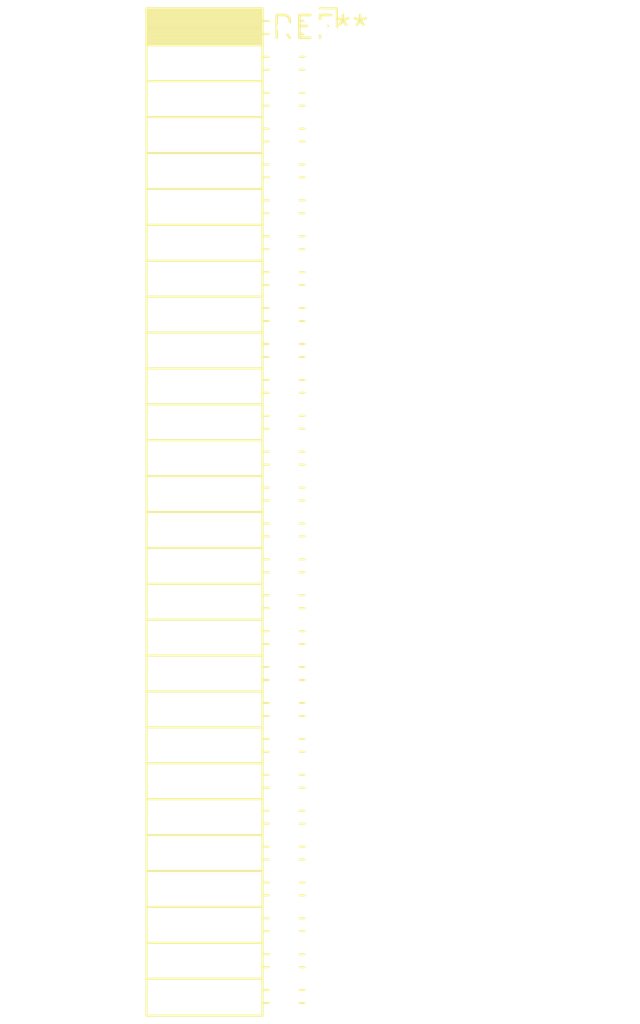
<source format=kicad_pcb>
(kicad_pcb (version 20240108) (generator pcbnew)
  (layers (0 "F.Cu" signal) (31 "B.Cu" signal) (34 "B.Paste" user) (35 "F.Paste" user) (36 "B.SilkS" user "B.Silkscreen") (37 "F.SilkS" user "F.Silkscreen") (38 "B.Mask" user) (39 "F.Mask" user) (44 "Edge.Cuts" user))
  (net 0 "")
  (footprint "PinSocket_2x28_P2.00mm_Horizontal" (layer "F.Cu") (at 0 0)
    (property "Reference" "REF**")
    (property "Value" "PinSocket_2x28_P2.00mm_Horizontal")
    (fp_line (start -9.68 -1.06) (end -9.68 55.06) (layer "F.SilkS") (stroke (width 0.12)))
    (fp_line (start -9.68 -1.06) (end -3.21 -1.06) (layer "F.SilkS") (stroke (width 0.12)))
    (fp_line (start -9.68 -0.94) (end -3.21 -0.94) (layer "F.SilkS") (stroke (width 0.12)))
    (fp_line (start -9.68 -0.825882) (end -3.21 -0.825882) (layer "F.SilkS") (stroke (width 0.12)))
    (fp_line (start -9.68 -0.711764) (end -3.21 -0.711764) (layer "F.SilkS") (stroke (width 0.12)))
    (fp_line (start -9.68 -0.597646) (end -3.21 -0.597646) (layer "F.SilkS") (stroke (width 0.12)))
    (fp_line (start -9.68 -0.483528) (end -3.21 -0.483528) (layer "F.SilkS") (stroke (width 0.12)))
    (fp_line (start -9.68 -0.36941) (end -3.21 -0.36941) (layer "F.SilkS") (stroke (width 0.12)))
    (fp_line (start -9.68 -0.255292) (end -3.21 -0.255292) (layer "F.SilkS") (stroke (width 0.12)))
    (fp_line (start -9.68 -0.141174) (end -3.21 -0.141174) (layer "F.SilkS") (stroke (width 0.12)))
    (fp_line (start -9.68 -0.027056) (end -3.21 -0.027056) (layer "F.SilkS") (stroke (width 0.12)))
    (fp_line (start -9.68 0.087062) (end -3.21 0.087062) (layer "F.SilkS") (stroke (width 0.12)))
    (fp_line (start -9.68 0.20118) (end -3.21 0.20118) (layer "F.SilkS") (stroke (width 0.12)))
    (fp_line (start -9.68 0.315298) (end -3.21 0.315298) (layer "F.SilkS") (stroke (width 0.12)))
    (fp_line (start -9.68 0.429416) (end -3.21 0.429416) (layer "F.SilkS") (stroke (width 0.12)))
    (fp_line (start -9.68 0.543534) (end -3.21 0.543534) (layer "F.SilkS") (stroke (width 0.12)))
    (fp_line (start -9.68 0.657652) (end -3.21 0.657652) (layer "F.SilkS") (stroke (width 0.12)))
    (fp_line (start -9.68 0.77177) (end -3.21 0.77177) (layer "F.SilkS") (stroke (width 0.12)))
    (fp_line (start -9.68 0.885888) (end -3.21 0.885888) (layer "F.SilkS") (stroke (width 0.12)))
    (fp_line (start -9.68 1) (end -3.21 1) (layer "F.SilkS") (stroke (width 0.12)))
    (fp_line (start -9.68 3) (end -3.21 3) (layer "F.SilkS") (stroke (width 0.12)))
    (fp_line (start -9.68 5) (end -3.21 5) (layer "F.SilkS") (stroke (width 0.12)))
    (fp_line (start -9.68 7) (end -3.21 7) (layer "F.SilkS") (stroke (width 0.12)))
    (fp_line (start -9.68 9) (end -3.21 9) (layer "F.SilkS") (stroke (width 0.12)))
    (fp_line (start -9.68 11) (end -3.21 11) (layer "F.SilkS") (stroke (width 0.12)))
    (fp_line (start -9.68 13) (end -3.21 13) (layer "F.SilkS") (stroke (width 0.12)))
    (fp_line (start -9.68 15) (end -3.21 15) (layer "F.SilkS") (stroke (width 0.12)))
    (fp_line (start -9.68 17) (end -3.21 17) (layer "F.SilkS") (stroke (width 0.12)))
    (fp_line (start -9.68 19) (end -3.21 19) (layer "F.SilkS") (stroke (width 0.12)))
    (fp_line (start -9.68 21) (end -3.21 21) (layer "F.SilkS") (stroke (width 0.12)))
    (fp_line (start -9.68 23) (end -3.21 23) (layer "F.SilkS") (stroke (width 0.12)))
    (fp_line (start -9.68 25) (end -3.21 25) (layer "F.SilkS") (stroke (width 0.12)))
    (fp_line (start -9.68 27) (end -3.21 27) (layer "F.SilkS") (stroke (width 0.12)))
    (fp_line (start -9.68 29) (end -3.21 29) (layer "F.SilkS") (stroke (width 0.12)))
    (fp_line (start -9.68 31) (end -3.21 31) (layer "F.SilkS") (stroke (width 0.12)))
    (fp_line (start -9.68 33) (end -3.21 33) (layer "F.SilkS") (stroke (width 0.12)))
    (fp_line (start -9.68 35) (end -3.21 35) (layer "F.SilkS") (stroke (width 0.12)))
    (fp_line (start -9.68 37) (end -3.21 37) (layer "F.SilkS") (stroke (width 0.12)))
    (fp_line (start -9.68 39) (end -3.21 39) (layer "F.SilkS") (stroke (width 0.12)))
    (fp_line (start -9.68 41) (end -3.21 41) (layer "F.SilkS") (stroke (width 0.12)))
    (fp_line (start -9.68 43) (end -3.21 43) (layer "F.SilkS") (stroke (width 0.12)))
    (fp_line (start -9.68 45) (end -3.21 45) (layer "F.SilkS") (stroke (width 0.12)))
    (fp_line (start -9.68 47) (end -3.21 47) (layer "F.SilkS") (stroke (width 0.12)))
    (fp_line (start -9.68 49) (end -3.21 49) (layer "F.SilkS") (stroke (width 0.12)))
    (fp_line (start -9.68 51) (end -3.21 51) (layer "F.SilkS") (stroke (width 0.12)))
    (fp_line (start -9.68 53) (end -3.21 53) (layer "F.SilkS") (stroke (width 0.12)))
    (fp_line (start -9.68 55.06) (end -3.21 55.06) (layer "F.SilkS") (stroke (width 0.12)))
    (fp_line (start -3.21 -1.06) (end -3.21 55.06) (layer "F.SilkS") (stroke (width 0.12)))
    (fp_line (start -3.21 -0.36) (end -2.862917 -0.36) (layer "F.SilkS") (stroke (width 0.12)))
    (fp_line (start -3.21 0.36) (end -2.862917 0.36) (layer "F.SilkS") (stroke (width 0.12)))
    (fp_line (start -3.21 1.64) (end -2.862917 1.64) (layer "F.SilkS") (stroke (width 0.12)))
    (fp_line (start -3.21 2.36) (end -2.862917 2.36) (layer "F.SilkS") (stroke (width 0.12)))
    (fp_line (start -3.21 3.64) (end -2.862917 3.64) (layer "F.SilkS") (stroke (width 0.12)))
    (fp_line (start -3.21 4.36) (end -2.862917 4.36) (layer "F.SilkS") (stroke (width 0.12)))
    (fp_line (start -3.21 5.64) (end -2.862917 5.64) (layer "F.SilkS") (stroke (width 0.12)))
    (fp_line (start -3.21 6.36) (end -2.862917 6.36) (layer "F.SilkS") (stroke (width 0.12)))
    (fp_line (start -3.21 7.64) (end -2.862917 7.64) (layer "F.SilkS") (stroke (width 0.12)))
    (fp_line (start -3.21 8.36) (end -2.862917 8.36) (layer "F.SilkS") (stroke (width 0.12)))
    (fp_line (start -3.21 9.64) (end -2.862917 9.64) (layer "F.SilkS") (stroke (width 0.12)))
    (fp_line (start -3.21 10.36) (end -2.862917 10.36) (layer "F.SilkS") (stroke (width 0.12)))
    (fp_line (start -3.21 11.64) (end -2.862917 11.64) (layer "F.SilkS") (stroke (width 0.12)))
    (fp_line (start -3.21 12.36) (end -2.862917 12.36) (layer "F.SilkS") (stroke (width 0.12)))
    (fp_line (start -3.21 13.64) (end -2.862917 13.64) (layer "F.SilkS") (stroke (width 0.12)))
    (fp_line (start -3.21 14.36) (end -2.862917 14.36) (layer "F.SilkS") (stroke (width 0.12)))
    (fp_line (start -3.21 15.64) (end -2.862917 15.64) (layer "F.SilkS") (stroke (width 0.12)))
    (fp_line (start -3.21 16.36) (end -2.862917 16.36) (layer "F.SilkS") (stroke (width 0.12)))
    (fp_line (start -3.21 17.64) (end -2.862917 17.64) (layer "F.SilkS") (stroke (width 0.12)))
    (fp_line (start -3.21 18.36) (end -2.862917 18.36) (layer "F.SilkS") (stroke (width 0.12)))
    (fp_line (start -3.21 19.64) (end -2.862917 19.64) (layer "F.SilkS") (stroke (width 0.12)))
    (fp_line (start -3.21 20.36) (end -2.862917 20.36) (layer "F.SilkS") (stroke (width 0.12)))
    (fp_line (start -3.21 21.64) (end -2.862917 21.64) (layer "F.SilkS") (stroke (width 0.12)))
    (fp_line (start -3.21 22.36) (end -2.862917 22.36) (layer "F.SilkS") (stroke (width 0.12)))
    (fp_line (start -3.21 23.64) (end -2.862917 23.64) (layer "F.SilkS") (stroke (width 0.12)))
    (fp_line (start -3.21 24.36) (end -2.862917 24.36) (layer "F.SilkS") (stroke (width 0.12)))
    (fp_line (start -3.21 25.64) (end -2.862917 25.64) (layer "F.SilkS") (stroke (width 0.12)))
    (fp_line (start -3.21 26.36) (end -2.862917 26.36) (layer "F.SilkS") (stroke (width 0.12)))
    (fp_line (start -3.21 27.64) (end -2.862917 27.64) (layer "F.SilkS") (stroke (width 0.12)))
    (fp_line (start -3.21 28.36) (end -2.862917 28.36) (layer "F.SilkS") (stroke (width 0.12)))
    (fp_line (start -3.21 29.64) (end -2.862917 29.64) (layer "F.SilkS") (stroke (width 0.12)))
    (fp_line (start -3.21 30.36) (end -2.862917 30.36) (layer "F.SilkS") (stroke (width 0.12)))
    (fp_line (start -3.21 31.64) (end -2.862917 31.64) (layer "F.SilkS") (stroke (width 0.12)))
    (fp_line (start -3.21 32.36) (end -2.862917 32.36) (layer "F.SilkS") (stroke (width 0.12)))
    (fp_line (start -3.21 33.64) (end -2.862917 33.64) (layer "F.SilkS") (stroke (width 0.12)))
    (fp_line (start -3.21 34.36) (end -2.862917 34.36) (layer "F.SilkS") (stroke (width 0.12)))
    (fp_line (start -3.21 35.64) (end -2.862917 35.64) (layer "F.SilkS") (stroke (width 0.12)))
    (fp_line (start -3.21 36.36) (end -2.862917 36.36) (layer "F.SilkS") (stroke (width 0.12)))
    (fp_line (start -3.21 37.64) (end -2.862917 37.64) (layer "F.SilkS") (stroke (width 0.12)))
    (fp_line (start -3.21 38.36) (end -2.862917 38.36) (layer "F.SilkS") (stroke (width 0.12)))
    (fp_line (start -3.21 39.64) (end -2.862917 39.64) (layer "F.SilkS") (stroke (width 0.12)))
    (fp_line (start -3.21 40.36) (end -2.862917 40.36) (layer "F.SilkS") (stroke (width 0.12)))
    (fp_line (start -3.21 41.64) (end -2.862917 41.64) (layer "F.SilkS") (stroke (width 0.12)))
    (fp_line (start -3.21 42.36) (end -2.862917 42.36) (layer "F.SilkS") (stroke (width 0.12)))
    (fp_line (start -3.21 43.64) (end -2.862917 43.64) (layer "F.SilkS") (stroke (width 0.12)))
    (fp_line (start -3.21 44.36) (end -2.862917 44.36) (layer "F.SilkS") (stroke (width 0.12)))
    (fp_line (start -3.21 45.64) (end -2.862917 45.64) (layer "F.SilkS") (stroke (width 0.12)))
    (fp_line (start -3.21 46.36) (end -2.862917 46.36) (layer "F.SilkS") (stroke (width 0.12)))
    (fp_line (start -3.21 47.64) (end -2.862917 47.64) (layer "F.SilkS") (stroke (width 0.12)))
    (fp_line (start -3.21 48.36) (end -2.862917 48.36) (layer "F.SilkS") (stroke (width 0.12)))
    (fp_line (start -3.21 49.64) (end -2.862917 49.64) (layer "F.SilkS") (stroke (width 0.12)))
    (fp_line (start -3.21 50.36) (end -2.862917 50.36) (layer "F.SilkS") (stroke (width 0.12)))
    (fp_line (start -3.21 51.64) (end -2.862917 51.64) (layer "F.SilkS") (stroke (width 0.12)))
    (fp_line (start -3.21 52.36) (end -2.862917 52.36) (layer "F.SilkS") (stroke (width 0.12)))
    (fp_line (start -3.21 53.64) (end -2.862917 53.64) (layer "F.SilkS") (stroke (width 0.12)))
    (fp_line (start -3.21 54.36) (end -2.862917 54.36) (layer "F.SilkS") (stroke (width 0.12)))
    (fp_line (start -1.137083 -0.36) (end -0.935 -0.36) (layer "F.SilkS") (stroke (width 0.12)))
    (fp_line (start -1.137083 0.36) (end -0.935 0.36) (layer "F.SilkS") (stroke (width 0.12)))
    (fp_line (start -1.137083 1.64) (end -0.862917 1.64) (layer "F.SilkS") (stroke (width 0.12)))
    (fp_line (start -1.137083 2.36) (end -0.862917 2.36) (layer "F.SilkS") (stroke (width 0.12)))
    (fp_line (start -1.137083 3.64) (end -0.862917 3.64) (layer "F.SilkS") (stroke (width 0.12)))
    (fp_line (start -1.137083 4.36) (end -0.862917 4.36) (layer "F.SilkS") (stroke (width 0.12)))
    (fp_line (start -1.137083 5.64) (end -0.862917 5.64) (layer "F.SilkS") (stroke (width 0.12)))
    (fp_line (start -1.137083 6.36) (end -0.862917 6.36) (layer "F.SilkS") (stroke (width 0.12)))
    (fp_line (start -1.137083 7.64) (end -0.862917 7.64) (layer "F.SilkS") (stroke (width 0.12)))
    (fp_line (start -1.137083 8.36) (end -0.862917 8.36) (layer "F.SilkS") (stroke (width 0.12)))
    (fp_line (start -1.137083 9.64) (end -0.862917 9.64) (layer "F.SilkS") (stroke (width 0.12)))
    (fp_line (start -1.137083 10.36) (end -0.862917 10.36) (layer "F.SilkS") (stroke (width 0.12)))
    (fp_line (start -1.137083 11.64) (end -0.862917 11.64) (layer "F.SilkS") (stroke (width 0.12)))
    (fp_line (start -1.137083 12.36) (end -0.862917 12.36) (layer "F.SilkS") (stroke (width 0.12)))
    (fp_line (start -1.137083 13.64) (end -0.862917 13.64) (layer "F.SilkS") (stroke (width 0.12)))
    (fp_line (start -1.137083 14.36) (end -0.862917 14.36) (layer "F.SilkS") (stroke (width 0.12)))
    (fp_line (start -1.137083 15.64) (end -0.862917 15.64) (layer "F.SilkS") (stroke (width 0.12)))
    (fp_line (start -1.137083 16.36) (end -0.862917 16.36) (layer "F.SilkS") (stroke (width 0.12)))
    (fp_line (start -1.137083 17.64) (end -0.862917 17.64) (layer "F.SilkS") (stroke (width 0.12)))
    (fp_line (start -1.137083 18.36) (end -0.862917 18.36) (layer "F.SilkS") (stroke (width 0.12)))
    (fp_line (start -1.137083 19.64) (end -0.862917 19.64) (layer "F.SilkS") (stroke (width 0.12)))
    (fp_line (start -1.137083 20.36) (end -0.862917 20.36) (layer "F.SilkS") (stroke (width 0.12)))
    (fp_line (start -1.137083 21.64) (end -0.862917 21.64) (layer "F.SilkS") (stroke (width 0.12)))
    (fp_line (start -1.137083 22.36) (end -0.862917 22.36) (layer "F.SilkS") (stroke (width 0.12)))
    (fp_line (start -1.137083 23.64) (end -0.862917 23.64) (layer "F.SilkS") (stroke (width 0.12)))
    (fp_line (start -1.137083 24.36) (end -0.862917 24.36) (layer "F.SilkS") (stroke (width 0.12)))
    (fp_line (start -1.137083 25.64) (end -0.862917 25.64) (layer "F.SilkS") (stroke (width 0.12)))
    (fp_line (start -1.137083 26.36) (end -0.862917 26.36) (layer "F.SilkS") (stroke (width 0.12)))
    (fp_line (start -1.137083 27.64) (end -0.862917 27.64) (layer "F.SilkS") (stroke (width 0.12)))
    (fp_line (start -1.137083 28.36) (end -0.862917 28.36) (layer "F.SilkS") (stroke (width 0.12)))
    (fp_line (start -1.137083 29.64) (end -0.862917 29.64) (layer "F.SilkS") (stroke (width 0.12)))
    (fp_line (start -1.137083 30.36) (end -0.862917 30.36) (layer "F.SilkS") (stroke (width 0.12)))
    (fp_line (start -1.137083 31.64) (end -0.862917 31.64) (layer "F.SilkS") (stroke (width 0.12)))
    (fp_line (start -1.137083 32.36) (end -0.862917 32.36) (layer "F.SilkS") (stroke (width 0.12)))
    (fp_line (start -1.137083 33.64) (end -0.862917 33.64) (layer "F.SilkS") (stroke (width 0.12)))
    (fp_line (start -1.137083 34.36) (end -0.862917 34.36) (layer "F.SilkS") (stroke (width 0.12)))
    (fp_line (start -1.137083 35.64) (end -0.862917 35.64) (layer "F.SilkS") (stroke (width 0.12)))
    (fp_line (start -1.137083 36.36) (end -0.862917 36.36) (layer "F.SilkS") (stroke (width 0.12)))
    (fp_line (start -1.137083 37.64) (end -0.862917 37.64) (layer "F.SilkS") (stroke (width 0.12)))
    (fp_line (start -1.137083 38.36) (end -0.862917 38.36) (layer "F.SilkS") (stroke (width 0.12)))
    (fp_line (start -1.137083 39.64) (end -0.862917 39.64) (layer "F.SilkS") (stroke (width 0.12)))
    (fp_line (start -1.137083 40.36) (end -0.862917 40.36) (layer "F.SilkS") (stroke (width 0.12)))
    (fp_line (start -1.137083 41.64) (end -0.862917 41.64) (layer "F.SilkS") (stroke (width 0.12)))
    (fp_line (start -1.137083 42.36) (end -0.862917 42.36) (layer "F.SilkS") (stroke (width 0.12)))
    (fp_line (start -1.137083 43.64) (end -0.862917 43.64) (layer "F.SilkS") (stroke (width 0.12)))
    (fp_line (start -1.137083 44.36) (end -0.862917 44.36) (layer "F.SilkS") (stroke (width 0.12)))
    (fp_line (start -1.137083 45.64) (end -0.862917 45.64) (layer "F.SilkS") (stroke (width 0.12)))
    (fp_line (start -1.137083 46.36) (end -0.862917 46.36) (layer "F.SilkS") (stroke (width 0.12)))
    (fp_line (start -1.137083 47.64) (end -0.862917 47.64) (layer "F.SilkS") (stroke (width 0.12)))
    (fp_line (start -1.137083 48.36) (end -0.862917 48.36) (layer "F.SilkS") (stroke (width 0.12)))
    (fp_line (start -1.137083 49.64) (end -0.862917 49.64) (layer "F.SilkS") (stroke (width 0.12)))
    (fp_line (start -1.137083 50.36) (end -0.862917 50.36) (layer "F.SilkS") (stroke (width 0.12)))
    (fp_line (start -1.137083 51.64) (end -0.862917 51.64) (layer "F.SilkS") (stroke (width 0.12)))
    (fp_line (start -1.137083 52.36) (end -0.862917 52.36) (layer "F.SilkS") (stroke (width 0.12)))
    (fp_line (start -1.137083 53.64) (end -0.862917 53.64) (layer "F.SilkS") (stroke (width 0.12)))
    (fp_line (start -1.137083 54.36) (end -0.862917 54.36) (layer "F.SilkS") (stroke (width 0.12)))
    (fp_line (start 0 -1.06) (end 0.935 -1.06) (layer "F.SilkS") (stroke (width 0.12)))
    (fp_line (start 0.935 -1.06) (end 0.935 0) (layer "F.SilkS") (stroke (width 0.12)))
    (pad "1" thru_hole rect (at 0 0) (size 1.35 1.35) (drill 0.8) (layers *.Cu *.Mask) (remove_unused_layers))
    (pad "2" thru_hole oval (at -2 0) (size 1.35 1.35) (drill 0.8) (layers *.Cu *.Mask) (remove_unused_layers))
    (pad "3" thru_hole oval (at 0 2) (size 1.35 1.35) (drill 0.8) (layers *.Cu *.Mask) (remove_unused_layers))
    (pad "4" thru_hole oval (at -2 2) (size 1.35 1.35) (drill 0.8) (layers *.Cu *.Mask) (remove_unused_layers))
    (pad "5" thru_hole oval (at 0 4) (size 1.35 1.35) (drill 0.8) (layers *.Cu *.Mask) (remove_unused_layers))
    (pad "6" thru_hole oval (at -2 4) (size 1.35 1.35) (drill 0.8) (layers *.Cu *.Mask) (remove_unused_layers))
    (pad "7" thru_hole oval (at 0 6) (size 1.35 1.35) (drill 0.8) (layers *.Cu *.Mask) (remove_unused_layers))
    (pad "8" thru_hole oval (at -2 6) (size 1.35 1.35) (drill 0.8) (layers *.Cu *.Mask) (remove_unused_layers))
    (pad "9" thru_hole oval (at 0 8) (size 1.35 1.35) (drill 0.8) (layers *.Cu *.Mask) (remove_unused_layers))
    (pad "10" thru_hole oval (at -2 8) (size 1.35 1.35) (drill 0.8) (layers *.Cu *.Mask) (remove_unused_layers))
    (pad "11" thru_hole oval (at 0 10) (size 1.35 1.35) (drill 0.8) (layers *.Cu *.Mask) (remove_unused_layers))
    (pad "12" thru_hole oval (at -2 10) (size 1.35 1.35) (drill 0.8) (layers *.Cu *.Mask) (remove_unused_layers))
    (pad "13" thru_hole oval (at 0 12) (size 1.35 1.35) (drill 0.8) (layers *.Cu *.Mask) (remove_unused_layers))
    (pad "14" thru_hole oval (at -2 12) (size 1.35 1.35) (drill 0.8) (layers *.Cu *.Mask) (remove_unused_layers))
    (pad "15" thru_hole oval (at 0 14) (size 1.35 1.35) (drill 0.8) (layers *.Cu *.Mask) (remove_unused_layers))
    (pad "16" thru_hole oval (at -2 14) (size 1.35 1.35) (drill 0.8) (layers *.Cu *.Mask) (remove_unused_layers))
    (pad "17" thru_hole oval (at 0 16) (size 1.35 1.35) (drill 0.8) (layers *.Cu *.Mask) (remove_unused_layers))
    (pad "18" thru_hole oval (at -2 16) (size 1.35 1.35) (drill 0.8) (layers *.Cu *.Mask) (remove_unused_layers))
    (pad "19" thru_hole oval (at 0 18) (size 1.35 1.35) (drill 0.8) (layers *.Cu *.Mask) (remove_unused_layers))
    (pad "20" thru_hole oval (at -2 18) (size 1.35 1.35) (drill 0.8) (layers *.Cu *.Mask) (remove_unused_layers))
    (pad "21" thru_hole oval (at 0 20) (size 1.35 1.35) (drill 0.8) (layers *.Cu *.Mask) (remove_unused_layers))
    (pad "22" thru_hole oval (at -2 20) (size 1.35 1.35) (drill 0.8) (layers *.Cu *.Mask) (remove_unused_layers))
    (pad "23" thru_hole oval (at 0 22) (size 1.35 1.35) (drill 0.8) (layers *.Cu *.Mask) (remove_unused_layers))
    (pad "24" thru_hole oval (at -2 22) (size 1.35 1.35) (drill 0.8) (layers *.Cu *.Mask) (remove_unused_layers))
    (pad "25" thru_hole oval (at 0 24) (size 1.35 1.35) (drill 0.8) (layers *.Cu *.Mask) (remove_unused_layers))
    (pad "26" thru_hole oval (at -2 24) (size 1.35 1.35) (drill 0.8) (layers *.Cu *.Mask) (remove_unused_layers))
    (pad "27" thru_hole oval (at 0 26) (size 1.35 1.35) (drill 0.8) (layers *.Cu *.Mask) (remove_unused_layers))
    (pad "28" thru_hole oval (at -2 26) (size 1.35 1.35) (drill 0.8) (layers *.Cu *.Mask) (remove_unused_layers))
    (pad "29" thru_hole oval (at 0 28) (size 1.35 1.35) (drill 0.8) (layers *.Cu *.Mask) (remove_unused_layers))
    (pad "30" thru_hole oval (at -2 28) (size 1.35 1.35) (drill 0.8) (layers *.Cu *.Mask) (remove_unused_layers))
    (pad "31" thru_hole oval (at 0 30) (size 1.35 1.35) (drill 0.8) (layers *.Cu *.Mask) (remove_unused_layers))
    (pad "32" thru_hole oval (at -2 30) (size 1.35 1.35) (drill 0.8) (layers *.Cu *.Mask) (remove_unused_layers))
    (pad "33" thru_hole oval (at 0 32) (size 1.35 1.35) (drill 0.8) (layers *.Cu *.Mask) (remove_unused_layers))
    (pad "34" thru_hole oval (at -2 32) (size 1.35 1.35) (drill 0.8) (layers *.Cu *.Mask) (remove_unused_layers))
    (pad "35" thru_hole oval (at 0 34) (size 1.35 1.35) (drill 0.8) (layers *.Cu *.Mask) (remove_unused_layers))
    (pad "36" thru_hole oval (at -2 34) (size 1.35 1.35) (drill 0.8) (layers *.Cu *.Mask) (remove_unused_layers))
    (pad "37" thru_hole oval (at 0 36) (size 1.35 1.35) (drill 0.8) (layers *.Cu *.Mask) (remove_unused_layers))
    (pad "38" thru_hole oval (at -2 36) (size 1.35 1.35) (drill 0.8) (layers *.Cu *.Mask) (remove_unused_layers))
    (pad "39" thru_hole oval (at 0 38) (size 1.35 1.35) (drill 0.8) (layers *.Cu *.Mask) (remove_unused_layers))
    (pad "40" thru_hole oval (at -2 38) (size 1.35 1.35) (drill 0.8) (layers *.Cu *.Mask) (remove_unused_layers))
    (pad "41" thru_hole oval (at 0 40) (size 1.35 1.35) (drill 0.8) (layers *.Cu *.Mask) (remove_unused_layers))
    (pad "42" thru_hole oval (at -2 40) (size 1.35 1.35) (drill 0.8) (layers *.Cu *.Mask) (remove_unused_layers))
    (pad "43" thru_hole oval (at 0 42) (size 1.35 1.35) (drill 0.8) (layers *.Cu *.Mask) (remove_unused_layers))
    (pad "44" thru_hole oval (at -2 42) (size 1.35 1.35) (drill 0.8) (layers *.Cu *.Mask) (remove_unused_layers))
    (pad "45" thru_hole oval (at 0 44) (size 1.35 1.35) (drill 0.8) (layers *.Cu *.Mask) (remove_unused_layers))
    (pad "46" thru_hole oval (at -2 44) (size 1.35 1.35) (drill 0.8) (layers *.Cu *.Mask) (remove_unused_layers))
    (pad "47" thru_hole oval (at 0 46) (size 1.35 1.35) (drill 0.8) (layers *.Cu *.Mask) (remove_unused_layers))
    (pad "48" thru_hole oval (at -2 46) (size 1.35 1.35) (drill 0.8) (layers *.Cu *.Mask) (remove_unused_layers))
    (pad "49" thru_hole oval (at 0 48) (size 1.35 1.35) (drill 0.8) (layers *.Cu *.Mask) (remove_unused_layers))
    (pad "50" thru_hole oval (at -2 48) (size 1.35 1.35) (drill 0.8) (layers *.Cu *.Mask) (remove_unused_layers))
    (pad "51" thru_hole oval (at 0 50) (size 1.35 1.35) (drill 0.8) (layers *.Cu *.Mask) (remove_unused_layers))
    (pad "52" thru_hole oval (at -2 50) (size 1.35 1.35) (drill 0.8) (layers *.Cu *.Mask) (remove_unused_layers))
    (pad "53" thru_hole oval (at 0 52) (size 1.35 1.35) (drill 0.8) (layers *.Cu *.Mask) (remove_unused_layers))
    (pad "54" thru_hole oval (at -2 52) (size 1.35 1.35) (drill 0.8) (layers *.Cu *.Mask) (remove_unused_layers))
    (pad "55" thru_hole oval (at 0 54) (size 1.35 1.35) (drill 0.8) (layers *.Cu *.Mask) (remove_unused_layers))
    (pad "56" thru_hole oval (at -2 54) (size 1.35 1.35) (drill 0.8) (layers *.Cu *.Mask) (remove_unused_layers))
  )
)
</source>
